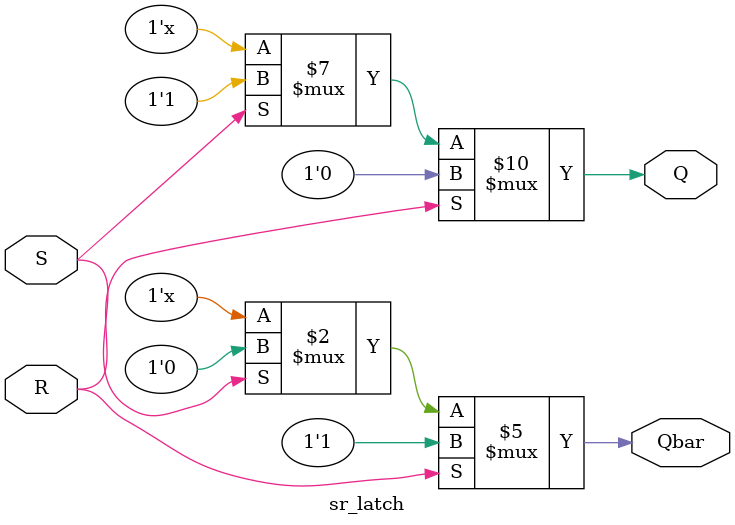
<source format=v>
module sr_latch (
  input wire S, R,
  output reg Q, Qbar
);
  
  always@(S or R) begin
    if(R) begin
      Q <= 0;
      Qbar <= 1;
    end
    else if(S) begin
      Q <= 1;
      Qbar <= 0;
    end
  end
endmodule

</source>
